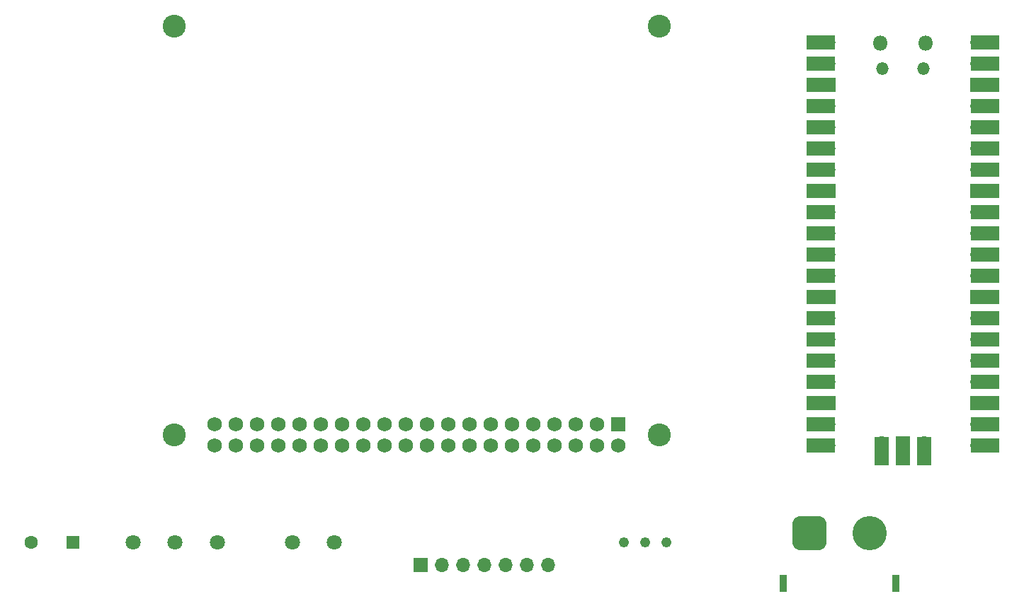
<source format=gbr>
%TF.GenerationSoftware,KiCad,Pcbnew,7.0.10*%
%TF.CreationDate,2024-01-30T18:20:02-08:00*%
%TF.ProjectId,pcb-1,7063622d-312e-46b6-9963-61645f706362,rev?*%
%TF.SameCoordinates,Original*%
%TF.FileFunction,Soldermask,Top*%
%TF.FilePolarity,Negative*%
%FSLAX46Y46*%
G04 Gerber Fmt 4.6, Leading zero omitted, Abs format (unit mm)*
G04 Created by KiCad (PCBNEW 7.0.10) date 2024-01-30 18:20:02*
%MOMM*%
%LPD*%
G01*
G04 APERTURE LIST*
G04 Aperture macros list*
%AMRoundRect*
0 Rectangle with rounded corners*
0 $1 Rounding radius*
0 $2 $3 $4 $5 $6 $7 $8 $9 X,Y pos of 4 corners*
0 Add a 4 corners polygon primitive as box body*
4,1,4,$2,$3,$4,$5,$6,$7,$8,$9,$2,$3,0*
0 Add four circle primitives for the rounded corners*
1,1,$1+$1,$2,$3*
1,1,$1+$1,$4,$5*
1,1,$1+$1,$6,$7*
1,1,$1+$1,$8,$9*
0 Add four rect primitives between the rounded corners*
20,1,$1+$1,$2,$3,$4,$5,0*
20,1,$1+$1,$4,$5,$6,$7,0*
20,1,$1+$1,$6,$7,$8,$9,0*
20,1,$1+$1,$8,$9,$2,$3,0*%
G04 Aperture macros list end*
%ADD10R,1.600000X1.600000*%
%ADD11C,1.600000*%
%ADD12C,2.750000*%
%ADD13R,1.750000X1.750000*%
%ADD14C,1.750000*%
%ADD15R,1.700000X1.700000*%
%ADD16O,1.700000X1.700000*%
%ADD17O,1.800000X1.800000*%
%ADD18O,1.500000X1.500000*%
%ADD19R,3.500000X1.700000*%
%ADD20R,1.700000X3.500000*%
%ADD21C,1.803400*%
%ADD22C,1.219200*%
%ADD23R,0.900000X2.000000*%
%ADD24RoundRect,1.025000X1.025000X1.025000X-1.025000X1.025000X-1.025000X-1.025000X1.025000X-1.025000X0*%
%ADD25C,4.100000*%
G04 APERTURE END LIST*
D10*
%TO.C,C1*%
X91258934Y-127793750D03*
D11*
X86258934Y-127793750D03*
%TD*%
D12*
%TO.C,J1*%
X161370000Y-114980000D03*
X161370000Y-65980000D03*
X103370000Y-114980000D03*
X103370000Y-65980000D03*
D13*
X156500000Y-113710000D03*
D14*
X156500000Y-116250000D03*
X153960000Y-113710000D03*
X153960000Y-116250000D03*
X151420000Y-113710000D03*
X151420000Y-116250000D03*
X148880000Y-113710000D03*
X148880000Y-116250000D03*
X146340000Y-113710000D03*
X146340000Y-116250000D03*
X143800000Y-113710000D03*
X143800000Y-116250000D03*
X141260000Y-113710000D03*
X141260000Y-116250000D03*
X138720000Y-113710000D03*
X138720000Y-116250000D03*
X136180000Y-113710000D03*
X136180000Y-116250000D03*
X133640000Y-113710000D03*
X133640000Y-116250000D03*
X131100000Y-113710000D03*
X131100000Y-116250000D03*
X128560000Y-113710000D03*
X128560000Y-116250000D03*
X126020000Y-113710000D03*
X126020000Y-116250000D03*
X123480000Y-113710000D03*
X123480000Y-116250000D03*
X120940000Y-113710000D03*
X120940000Y-116250000D03*
X118400000Y-113710000D03*
X118400000Y-116250000D03*
X115860000Y-113710000D03*
X115860000Y-116250000D03*
X113320000Y-113710000D03*
X113320000Y-116250000D03*
X110780000Y-113710000D03*
X110780000Y-116250000D03*
X108240000Y-113710000D03*
X108240000Y-116250000D03*
%TD*%
D15*
%TO.C,J3*%
X132868750Y-130500000D03*
D16*
X135408750Y-130500000D03*
X137948750Y-130500000D03*
X140488750Y-130500000D03*
X143028750Y-130500000D03*
X145568750Y-130500000D03*
X148108750Y-130500000D03*
%TD*%
D17*
%TO.C,U1*%
X187775000Y-68075000D03*
D18*
X188075000Y-71105000D03*
X192925000Y-71105000D03*
D17*
X193225000Y-68075000D03*
D16*
X181610000Y-67945000D03*
D19*
X180710000Y-67945000D03*
D16*
X181610000Y-70485000D03*
D19*
X180710000Y-70485000D03*
D15*
X181610000Y-73025000D03*
D19*
X180710000Y-73025000D03*
D16*
X181610000Y-75565000D03*
D19*
X180710000Y-75565000D03*
D16*
X181610000Y-78105000D03*
D19*
X180710000Y-78105000D03*
D16*
X181610000Y-80645000D03*
D19*
X180710000Y-80645000D03*
D16*
X181610000Y-83185000D03*
D19*
X180710000Y-83185000D03*
D15*
X181610000Y-85725000D03*
D19*
X180710000Y-85725000D03*
D16*
X181610000Y-88265000D03*
D19*
X180710000Y-88265000D03*
D16*
X181610000Y-90805000D03*
D19*
X180710000Y-90805000D03*
D16*
X181610000Y-93345000D03*
D19*
X180710000Y-93345000D03*
D16*
X181610000Y-95885000D03*
D19*
X180710000Y-95885000D03*
D15*
X181610000Y-98425000D03*
D19*
X180710000Y-98425000D03*
D16*
X181610000Y-100965000D03*
D19*
X180710000Y-100965000D03*
D16*
X181610000Y-103505000D03*
D19*
X180710000Y-103505000D03*
D16*
X181610000Y-106045000D03*
D19*
X180710000Y-106045000D03*
D16*
X181610000Y-108585000D03*
D19*
X180710000Y-108585000D03*
D15*
X181610000Y-111125000D03*
D19*
X180710000Y-111125000D03*
D16*
X181610000Y-113665000D03*
D19*
X180710000Y-113665000D03*
D16*
X181610000Y-116205000D03*
D19*
X180710000Y-116205000D03*
D16*
X199390000Y-116205000D03*
D19*
X200290000Y-116205000D03*
D16*
X199390000Y-113665000D03*
D19*
X200290000Y-113665000D03*
D15*
X199390000Y-111125000D03*
D19*
X200290000Y-111125000D03*
D16*
X199390000Y-108585000D03*
D19*
X200290000Y-108585000D03*
D16*
X199390000Y-106045000D03*
D19*
X200290000Y-106045000D03*
D16*
X199390000Y-103505000D03*
D19*
X200290000Y-103505000D03*
D16*
X199390000Y-100965000D03*
D19*
X200290000Y-100965000D03*
D15*
X199390000Y-98425000D03*
D19*
X200290000Y-98425000D03*
D16*
X199390000Y-95885000D03*
D19*
X200290000Y-95885000D03*
D16*
X199390000Y-93345000D03*
D19*
X200290000Y-93345000D03*
D16*
X199390000Y-90805000D03*
D19*
X200290000Y-90805000D03*
D16*
X199390000Y-88265000D03*
D19*
X200290000Y-88265000D03*
D15*
X199390000Y-85725000D03*
D19*
X200290000Y-85725000D03*
D16*
X199390000Y-83185000D03*
D19*
X200290000Y-83185000D03*
D16*
X199390000Y-80645000D03*
D19*
X200290000Y-80645000D03*
D16*
X199390000Y-78105000D03*
D19*
X200290000Y-78105000D03*
D16*
X199390000Y-75565000D03*
D19*
X200290000Y-75565000D03*
D15*
X199390000Y-73025000D03*
D19*
X200290000Y-73025000D03*
D16*
X199390000Y-70485000D03*
D19*
X200290000Y-70485000D03*
D16*
X199390000Y-67945000D03*
D19*
X200290000Y-67945000D03*
D16*
X187960000Y-115975000D03*
D20*
X187960000Y-116875000D03*
D15*
X190500000Y-115975000D03*
D20*
X190500000Y-116875000D03*
D16*
X193040000Y-115975000D03*
D20*
X193040000Y-116875000D03*
%TD*%
D21*
%TO.C,J2*%
X98498650Y-127793750D03*
X103498650Y-127793750D03*
X108498650Y-127793750D03*
%TD*%
D22*
%TO.C,U2*%
X162242500Y-127793750D03*
X159702500Y-127793750D03*
X157162500Y-127793750D03*
%TD*%
D23*
%TO.C,J5*%
X189681250Y-132700000D03*
X176181250Y-132700000D03*
D24*
X179331250Y-126700000D03*
D25*
X186531250Y-126700000D03*
%TD*%
D21*
%TO.C,J4*%
X117475000Y-127793750D03*
X122475000Y-127793750D03*
%TD*%
M02*

</source>
